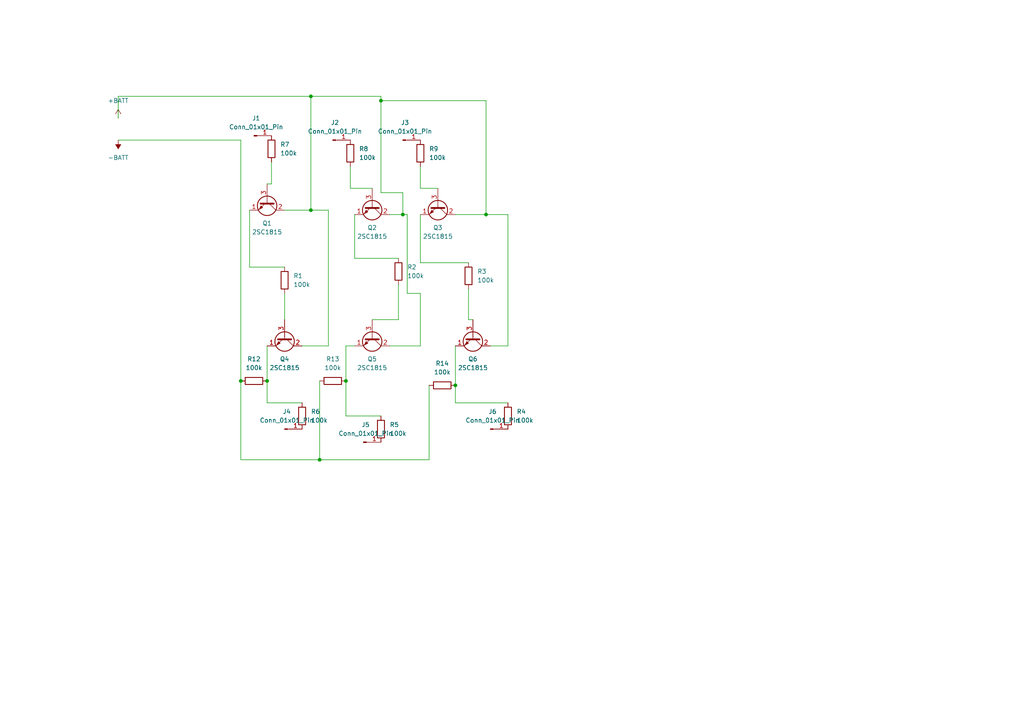
<source format=kicad_sch>
(kicad_sch (version 20230121) (generator eeschema)

  (uuid 236ae03a-cccd-4573-80e2-ccbf2e09c7ec)

  (paper "A4")

  (lib_symbols
    (symbol "Connector:Conn_01x01_Pin" (pin_names (offset 1.016) hide) (in_bom yes) (on_board yes)
      (property "Reference" "J" (at 0 2.54 0)
        (effects (font (size 1.27 1.27)))
      )
      (property "Value" "Conn_01x01_Pin" (at 0 -2.54 0)
        (effects (font (size 1.27 1.27)))
      )
      (property "Footprint" "" (at 0 0 0)
        (effects (font (size 1.27 1.27)) hide)
      )
      (property "Datasheet" "~" (at 0 0 0)
        (effects (font (size 1.27 1.27)) hide)
      )
      (property "ki_locked" "" (at 0 0 0)
        (effects (font (size 1.27 1.27)))
      )
      (property "ki_keywords" "connector" (at 0 0 0)
        (effects (font (size 1.27 1.27)) hide)
      )
      (property "ki_description" "Generic connector, single row, 01x01, script generated" (at 0 0 0)
        (effects (font (size 1.27 1.27)) hide)
      )
      (property "ki_fp_filters" "Connector*:*_1x??_*" (at 0 0 0)
        (effects (font (size 1.27 1.27)) hide)
      )
      (symbol "Conn_01x01_Pin_1_1"
        (polyline
          (pts
            (xy 1.27 0)
            (xy 0.8636 0)
          )
          (stroke (width 0.1524) (type default))
          (fill (type none))
        )
        (rectangle (start 0.8636 0.127) (end 0 -0.127)
          (stroke (width 0.1524) (type default))
          (fill (type outline))
        )
        (pin passive line (at 5.08 0 180) (length 3.81)
          (name "Pin_1" (effects (font (size 1.27 1.27))))
          (number "1" (effects (font (size 1.27 1.27))))
        )
      )
    )
    (symbol "Device:R" (pin_numbers hide) (pin_names (offset 0)) (in_bom yes) (on_board yes)
      (property "Reference" "R" (at 2.032 0 90)
        (effects (font (size 1.27 1.27)))
      )
      (property "Value" "R" (at 0 0 90)
        (effects (font (size 1.27 1.27)))
      )
      (property "Footprint" "" (at -1.778 0 90)
        (effects (font (size 1.27 1.27)) hide)
      )
      (property "Datasheet" "~" (at 0 0 0)
        (effects (font (size 1.27 1.27)) hide)
      )
      (property "ki_keywords" "R res resistor" (at 0 0 0)
        (effects (font (size 1.27 1.27)) hide)
      )
      (property "ki_description" "Resistor" (at 0 0 0)
        (effects (font (size 1.27 1.27)) hide)
      )
      (property "ki_fp_filters" "R_*" (at 0 0 0)
        (effects (font (size 1.27 1.27)) hide)
      )
      (symbol "R_0_1"
        (rectangle (start -1.016 -2.54) (end 1.016 2.54)
          (stroke (width 0.254) (type default))
          (fill (type none))
        )
      )
      (symbol "R_1_1"
        (pin passive line (at 0 3.81 270) (length 1.27)
          (name "~" (effects (font (size 1.27 1.27))))
          (number "1" (effects (font (size 1.27 1.27))))
        )
        (pin passive line (at 0 -3.81 90) (length 1.27)
          (name "~" (effects (font (size 1.27 1.27))))
          (number "2" (effects (font (size 1.27 1.27))))
        )
      )
    )
    (symbol "Transistor_BJT:2SC1815" (pin_names (offset 0) hide) (in_bom yes) (on_board yes)
      (property "Reference" "Q" (at 5.08 1.905 0)
        (effects (font (size 1.27 1.27)) (justify left))
      )
      (property "Value" "2SC1815" (at 5.08 0 0)
        (effects (font (size 1.27 1.27)) (justify left))
      )
      (property "Footprint" "Package_TO_SOT_THT:TO-92_Inline" (at 5.08 -1.905 0)
        (effects (font (size 1.27 1.27) italic) (justify left) hide)
      )
      (property "Datasheet" "https://media.digikey.com/pdf/Data%20Sheets/Toshiba%20PDFs/2SC1815.pdf" (at 0 0 0)
        (effects (font (size 1.27 1.27)) (justify left) hide)
      )
      (property "ki_keywords" "Low Noise Audio NPN Transistor" (at 0 0 0)
        (effects (font (size 1.27 1.27)) hide)
      )
      (property "ki_description" "0.15A Ic, 50V Vce, Low Noise Audio NPN Transistor, TO-92" (at 0 0 0)
        (effects (font (size 1.27 1.27)) hide)
      )
      (property "ki_fp_filters" "TO?92*" (at 0 0 0)
        (effects (font (size 1.27 1.27)) hide)
      )
      (symbol "2SC1815_0_1"
        (polyline
          (pts
            (xy 0 0)
            (xy 0.508 0)
          )
          (stroke (width 0) (type default))
          (fill (type none))
        )
        (polyline
          (pts
            (xy 0.635 0.635)
            (xy 2.54 2.54)
          )
          (stroke (width 0) (type default))
          (fill (type none))
        )
        (polyline
          (pts
            (xy 0.635 -0.635)
            (xy 2.54 -2.54)
            (xy 2.54 -2.54)
          )
          (stroke (width 0) (type default))
          (fill (type none))
        )
        (polyline
          (pts
            (xy 0.635 1.905)
            (xy 0.635 -1.905)
            (xy 0.635 -1.905)
          )
          (stroke (width 0.508) (type default))
          (fill (type none))
        )
        (polyline
          (pts
            (xy 1.27 -1.778)
            (xy 1.778 -1.27)
            (xy 2.286 -2.286)
            (xy 1.27 -1.778)
            (xy 1.27 -1.778)
          )
          (stroke (width 0) (type default))
          (fill (type outline))
        )
        (circle (center 1.27 0) (radius 2.8194)
          (stroke (width 0.254) (type default))
          (fill (type none))
        )
      )
      (symbol "2SC1815_1_1"
        (pin passive line (at 2.54 -5.08 90) (length 2.54)
          (name "E" (effects (font (size 1.27 1.27))))
          (number "1" (effects (font (size 1.27 1.27))))
        )
        (pin passive line (at 2.54 5.08 270) (length 2.54)
          (name "C" (effects (font (size 1.27 1.27))))
          (number "2" (effects (font (size 1.27 1.27))))
        )
        (pin input line (at -5.08 0 0) (length 5.08)
          (name "B" (effects (font (size 1.27 1.27))))
          (number "3" (effects (font (size 1.27 1.27))))
        )
      )
    )
    (symbol "power:+BATT" (power) (pin_names (offset 0)) (in_bom yes) (on_board yes)
      (property "Reference" "#PWR" (at 0 -3.81 0)
        (effects (font (size 1.27 1.27)) hide)
      )
      (property "Value" "+BATT" (at 0 3.556 0)
        (effects (font (size 1.27 1.27)))
      )
      (property "Footprint" "" (at 0 0 0)
        (effects (font (size 1.27 1.27)) hide)
      )
      (property "Datasheet" "" (at 0 0 0)
        (effects (font (size 1.27 1.27)) hide)
      )
      (property "ki_keywords" "global power battery" (at 0 0 0)
        (effects (font (size 1.27 1.27)) hide)
      )
      (property "ki_description" "Power symbol creates a global label with name \"+BATT\"" (at 0 0 0)
        (effects (font (size 1.27 1.27)) hide)
      )
      (symbol "+BATT_0_1"
        (polyline
          (pts
            (xy -0.762 1.27)
            (xy 0 2.54)
          )
          (stroke (width 0) (type default))
          (fill (type none))
        )
        (polyline
          (pts
            (xy 0 0)
            (xy 0 2.54)
          )
          (stroke (width 0) (type default))
          (fill (type none))
        )
        (polyline
          (pts
            (xy 0 2.54)
            (xy 0.762 1.27)
          )
          (stroke (width 0) (type default))
          (fill (type none))
        )
      )
      (symbol "+BATT_1_1"
        (pin power_in line (at 0 0 90) (length 0) hide
          (name "+BATT" (effects (font (size 1.27 1.27))))
          (number "1" (effects (font (size 1.27 1.27))))
        )
      )
    )
    (symbol "power:-BATT" (power) (pin_names (offset 0)) (in_bom yes) (on_board yes)
      (property "Reference" "#PWR" (at 0 -3.81 0)
        (effects (font (size 1.27 1.27)) hide)
      )
      (property "Value" "-BATT" (at 0 3.556 0)
        (effects (font (size 1.27 1.27)))
      )
      (property "Footprint" "" (at 0 0 0)
        (effects (font (size 1.27 1.27)) hide)
      )
      (property "Datasheet" "" (at 0 0 0)
        (effects (font (size 1.27 1.27)) hide)
      )
      (property "ki_keywords" "global power battery" (at 0 0 0)
        (effects (font (size 1.27 1.27)) hide)
      )
      (property "ki_description" "Power symbol creates a global label with name \"-BATT\"" (at 0 0 0)
        (effects (font (size 1.27 1.27)) hide)
      )
      (symbol "-BATT_0_1"
        (polyline
          (pts
            (xy 0 0)
            (xy 0 2.54)
          )
          (stroke (width 0) (type default))
          (fill (type none))
        )
        (polyline
          (pts
            (xy 0.762 1.27)
            (xy -0.762 1.27)
            (xy 0 2.54)
            (xy 0.762 1.27)
          )
          (stroke (width 0) (type default))
          (fill (type outline))
        )
      )
      (symbol "-BATT_1_1"
        (pin power_in line (at 0 0 90) (length 0) hide
          (name "-BATT" (effects (font (size 1.27 1.27))))
          (number "1" (effects (font (size 1.27 1.27))))
        )
      )
    )
  )

  (junction (at 132.08 111.76) (diameter 0) (color 0 0 0 0)
    (uuid 2d9e2433-b870-490b-87a8-920e2e25be3f)
  )
  (junction (at 110.49 29.21) (diameter 0) (color 0 0 0 0)
    (uuid 61c85da0-fe8d-4e60-98b3-423e145e9d01)
  )
  (junction (at 100.33 110.49) (diameter 0) (color 0 0 0 0)
    (uuid 67b71271-6a99-430a-9c0c-2dcb1fcc8b75)
  )
  (junction (at 77.47 110.49) (diameter 0) (color 0 0 0 0)
    (uuid 88f927bb-17e7-45df-80a6-f21cba6d36c5)
  )
  (junction (at 140.97 62.23) (diameter 0) (color 0 0 0 0)
    (uuid 91b36ad0-836d-4f10-9663-9606b0450672)
  )
  (junction (at 69.85 110.49) (diameter 0) (color 0 0 0 0)
    (uuid b630a262-2e5b-4d81-87fb-a1907ba54514)
  )
  (junction (at 116.84 62.23) (diameter 0) (color 0 0 0 0)
    (uuid c807879b-653d-4965-8a56-4df87c969e2c)
  )
  (junction (at 92.71 133.35) (diameter 0) (color 0 0 0 0)
    (uuid cbc0737a-03e6-43e6-9f87-d73ea8f3f7fd)
  )
  (junction (at 90.17 60.96) (diameter 0) (color 0 0 0 0)
    (uuid e52298be-2394-40a9-820f-729f00def2a7)
  )
  (junction (at 90.17 27.94) (diameter 0) (color 0 0 0 0)
    (uuid ea9db666-1d1b-420a-9276-0472562dd9a7)
  )

  (wire (pts (xy 121.92 100.33) (xy 121.92 85.09))
    (stroke (width 0) (type default))
    (uuid 044fb557-9cef-495d-ac3c-37109668bbcd)
  )
  (wire (pts (xy 69.85 133.35) (xy 69.85 110.49))
    (stroke (width 0) (type default))
    (uuid 05319348-755a-4784-a849-cbf9a2ee091b)
  )
  (wire (pts (xy 121.92 48.26) (xy 121.92 54.61))
    (stroke (width 0) (type default))
    (uuid 058e246a-518a-4f58-8ffe-b51b37d72763)
  )
  (wire (pts (xy 118.11 85.09) (xy 118.11 62.23))
    (stroke (width 0) (type default))
    (uuid 062b768d-bf64-4fb5-a6ee-0e49577a8068)
  )
  (wire (pts (xy 121.92 85.09) (xy 118.11 85.09))
    (stroke (width 0) (type default))
    (uuid 06750c8b-f820-458a-9a15-2e2da9319afe)
  )
  (wire (pts (xy 82.55 85.09) (xy 82.55 92.71))
    (stroke (width 0) (type default))
    (uuid 13b32f82-9a19-4058-9690-406144b96f96)
  )
  (wire (pts (xy 87.63 116.84) (xy 77.47 116.84))
    (stroke (width 0) (type default))
    (uuid 15968bf2-dcfe-42be-9095-f2e628bbae93)
  )
  (wire (pts (xy 78.74 46.99) (xy 78.74 53.34))
    (stroke (width 0) (type default))
    (uuid 15a0857b-f2e6-4e6a-acb3-6f550cc3140f)
  )
  (wire (pts (xy 101.6 48.26) (xy 101.6 54.61))
    (stroke (width 0) (type default))
    (uuid 248e0346-0b9d-48d6-b513-c81d2de13127)
  )
  (wire (pts (xy 140.97 29.21) (xy 140.97 62.23))
    (stroke (width 0) (type default))
    (uuid 36121dd9-a3cc-49b4-a436-916e47816865)
  )
  (wire (pts (xy 87.63 100.33) (xy 95.25 100.33))
    (stroke (width 0) (type default))
    (uuid 3724e1eb-bc62-4422-8e2e-9b9bf879e85d)
  )
  (wire (pts (xy 135.89 92.71) (xy 137.16 92.71))
    (stroke (width 0) (type default))
    (uuid 381a8ae5-4107-473b-a7c0-924a3fd64dda)
  )
  (wire (pts (xy 110.49 120.65) (xy 100.33 120.65))
    (stroke (width 0) (type default))
    (uuid 38521983-fffa-451b-b045-9b865b5a87d0)
  )
  (wire (pts (xy 69.85 110.49) (xy 69.85 40.64))
    (stroke (width 0) (type default))
    (uuid 3d447767-7dea-40a2-874b-4e8a55bc3be7)
  )
  (wire (pts (xy 110.49 29.21) (xy 110.49 55.88))
    (stroke (width 0) (type default))
    (uuid 46d8b7e2-a5ce-48d3-9a56-14ca0f13b9cd)
  )
  (wire (pts (xy 95.25 100.33) (xy 95.25 60.96))
    (stroke (width 0) (type default))
    (uuid 4990f611-48ad-43bb-b5b9-3c77b8516e15)
  )
  (wire (pts (xy 100.33 120.65) (xy 100.33 110.49))
    (stroke (width 0) (type default))
    (uuid 4c0d6b99-0efd-4e9e-a465-ab6517943969)
  )
  (wire (pts (xy 82.55 77.47) (xy 72.39 77.47))
    (stroke (width 0) (type default))
    (uuid 533a0a5a-ce95-48d6-807b-272820a9855a)
  )
  (wire (pts (xy 110.49 55.88) (xy 116.84 55.88))
    (stroke (width 0) (type default))
    (uuid 565726f5-172b-430c-a6a3-156df3668fb4)
  )
  (wire (pts (xy 101.6 54.61) (xy 107.95 54.61))
    (stroke (width 0) (type default))
    (uuid 56c61f5f-f79f-452c-9a03-1ef58e828300)
  )
  (wire (pts (xy 132.08 62.23) (xy 140.97 62.23))
    (stroke (width 0) (type default))
    (uuid 639471c5-1703-40c2-b5c3-791216945dbb)
  )
  (wire (pts (xy 77.47 110.49) (xy 77.47 100.33))
    (stroke (width 0) (type default))
    (uuid 659b300e-6fad-40c5-838e-845e2faf695b)
  )
  (wire (pts (xy 124.46 111.76) (xy 124.46 133.35))
    (stroke (width 0) (type default))
    (uuid 68f52844-f3be-46c5-8f08-5ba3e70b08b1)
  )
  (wire (pts (xy 92.71 133.35) (xy 69.85 133.35))
    (stroke (width 0) (type default))
    (uuid 6bf84339-519b-4906-958f-82d1ada6934d)
  )
  (wire (pts (xy 110.49 29.21) (xy 140.97 29.21))
    (stroke (width 0) (type default))
    (uuid 6e39cf03-b39a-4515-bf6b-cf2794a35e2f)
  )
  (wire (pts (xy 118.11 62.23) (xy 116.84 62.23))
    (stroke (width 0) (type default))
    (uuid 83a58a91-fdef-4ed5-b38b-df0b7edbf90f)
  )
  (wire (pts (xy 121.92 54.61) (xy 127 54.61))
    (stroke (width 0) (type default))
    (uuid 89ba5efa-adae-4b6c-90b3-ca548b47a923)
  )
  (wire (pts (xy 102.87 74.93) (xy 102.87 62.23))
    (stroke (width 0) (type default))
    (uuid 8ef4fe9e-0d3b-484d-80cc-c040e23f27c2)
  )
  (wire (pts (xy 34.29 27.94) (xy 34.29 34.29))
    (stroke (width 0) (type default))
    (uuid 917e1039-07dd-4de0-9f49-d9912438c9b5)
  )
  (wire (pts (xy 107.95 92.71) (xy 115.57 92.71))
    (stroke (width 0) (type default))
    (uuid a22123f3-200b-47aa-a09c-2aa1074ce0df)
  )
  (wire (pts (xy 90.17 60.96) (xy 90.17 27.94))
    (stroke (width 0) (type default))
    (uuid a96aabfe-4a26-400a-a230-f17e9c16169e)
  )
  (wire (pts (xy 90.17 60.96) (xy 82.55 60.96))
    (stroke (width 0) (type default))
    (uuid b3a8f3e1-fbb0-4b3e-a378-a33cbd09fb8a)
  )
  (wire (pts (xy 113.03 100.33) (xy 121.92 100.33))
    (stroke (width 0) (type default))
    (uuid b88c339b-5e7e-489e-b3ec-e482259bfd0b)
  )
  (wire (pts (xy 77.47 116.84) (xy 77.47 110.49))
    (stroke (width 0) (type default))
    (uuid be65ef84-cff2-4fea-89d2-f11d8aac5a82)
  )
  (wire (pts (xy 110.49 27.94) (xy 110.49 29.21))
    (stroke (width 0) (type default))
    (uuid bef68919-5caf-4b05-952e-040407ecfede)
  )
  (wire (pts (xy 102.87 74.93) (xy 115.57 74.93))
    (stroke (width 0) (type default))
    (uuid bf2ea145-0aed-49bd-a223-cc69dd718256)
  )
  (wire (pts (xy 78.74 53.34) (xy 77.47 53.34))
    (stroke (width 0) (type default))
    (uuid bfb96c4b-da8c-4a0f-b267-2c231a35fe55)
  )
  (wire (pts (xy 140.97 62.23) (xy 147.32 62.23))
    (stroke (width 0) (type default))
    (uuid c011425b-7b8d-4dee-bc8c-735788fdf020)
  )
  (wire (pts (xy 132.08 100.33) (xy 132.08 111.76))
    (stroke (width 0) (type default))
    (uuid c233e36b-5bd7-4ea7-9adf-26c7a285a266)
  )
  (wire (pts (xy 121.92 62.23) (xy 121.92 76.2))
    (stroke (width 0) (type default))
    (uuid c3f0a3b6-b003-4fdb-9f63-b8fc2ab4511d)
  )
  (wire (pts (xy 147.32 100.33) (xy 147.32 62.23))
    (stroke (width 0) (type default))
    (uuid c414a067-eac3-47dc-93b5-561ade90d043)
  )
  (wire (pts (xy 92.71 133.35) (xy 124.46 133.35))
    (stroke (width 0) (type default))
    (uuid c6c76f47-b11d-45f0-9b6f-28218cb21127)
  )
  (wire (pts (xy 116.84 55.88) (xy 116.84 62.23))
    (stroke (width 0) (type default))
    (uuid ca9b211e-f79b-4ecf-a2d5-44b58fa83ac2)
  )
  (wire (pts (xy 92.71 110.49) (xy 92.71 133.35))
    (stroke (width 0) (type default))
    (uuid cf85eccb-00dc-4e29-8fd0-1f3e3e384478)
  )
  (wire (pts (xy 90.17 27.94) (xy 110.49 27.94))
    (stroke (width 0) (type default))
    (uuid d0556f1e-43cc-483b-a0c1-88a0c9634fea)
  )
  (wire (pts (xy 90.17 27.94) (xy 34.29 27.94))
    (stroke (width 0) (type default))
    (uuid d2acc45a-46cf-43f6-9dea-7b09018c9aae)
  )
  (wire (pts (xy 147.32 116.84) (xy 132.08 116.84))
    (stroke (width 0) (type default))
    (uuid d2e2da8d-2cec-4bdd-bac3-e67b17560cf7)
  )
  (wire (pts (xy 69.85 40.64) (xy 34.29 40.64))
    (stroke (width 0) (type default))
    (uuid d8053974-c59c-470e-9387-b92436e76fc4)
  )
  (wire (pts (xy 132.08 111.76) (xy 132.08 116.84))
    (stroke (width 0) (type default))
    (uuid d98039a5-0ed1-48dd-87cf-0aab74779f1b)
  )
  (wire (pts (xy 72.39 60.96) (xy 72.39 77.47))
    (stroke (width 0) (type default))
    (uuid dd7a9329-c4d9-43b9-b3d5-3a3d976d60ae)
  )
  (wire (pts (xy 142.24 100.33) (xy 147.32 100.33))
    (stroke (width 0) (type default))
    (uuid e52051de-83eb-4775-98c9-9a645d2f87ed)
  )
  (wire (pts (xy 100.33 110.49) (xy 100.33 100.33))
    (stroke (width 0) (type default))
    (uuid e566b867-6dcd-472e-aebc-d2ea96a9881d)
  )
  (wire (pts (xy 116.84 62.23) (xy 113.03 62.23))
    (stroke (width 0) (type default))
    (uuid edefc670-d58d-4638-8f4d-4b711875ba01)
  )
  (wire (pts (xy 95.25 60.96) (xy 90.17 60.96))
    (stroke (width 0) (type default))
    (uuid f0ee6c30-6aaa-4060-9591-255bd1e4025e)
  )
  (wire (pts (xy 115.57 82.55) (xy 115.57 92.71))
    (stroke (width 0) (type default))
    (uuid f167b6da-c095-426e-8250-4bb132d8f30e)
  )
  (wire (pts (xy 121.92 76.2) (xy 135.89 76.2))
    (stroke (width 0) (type default))
    (uuid f34958f2-f1d9-480c-b916-43bc57b7df14)
  )
  (wire (pts (xy 100.33 100.33) (xy 102.87 100.33))
    (stroke (width 0) (type default))
    (uuid f7388f00-58d8-47cb-b389-707bc6d326cf)
  )
  (wire (pts (xy 135.89 83.82) (xy 135.89 92.71))
    (stroke (width 0) (type default))
    (uuid fd21af13-a3e8-47f2-8baa-bc65adc0738e)
  )

  (symbol (lib_id "Device:R") (at 128.27 111.76 270) (unit 1)
    (in_bom yes) (on_board yes) (dnp no) (fields_autoplaced)
    (uuid 0a56750f-9fd7-40a9-bd6e-fe59308a5d1a)
    (property "Reference" "R14" (at 128.27 105.41 90)
      (effects (font (size 1.27 1.27)))
    )
    (property "Value" "100k" (at 128.27 107.95 90)
      (effects (font (size 1.27 1.27)))
    )
    (property "Footprint" "Resistor_THT:R_Axial_DIN0204_L3.6mm_D1.6mm_P5.08mm_Horizontal" (at 128.27 109.982 90)
      (effects (font (size 1.27 1.27)) hide)
    )
    (property "Datasheet" "~" (at 128.27 111.76 0)
      (effects (font (size 1.27 1.27)) hide)
    )
    (pin "2" (uuid efd8405a-7ca8-4eee-b562-827c510c1ec7))
    (pin "1" (uuid 92559cb0-1ac8-4a99-befb-1fa21e7a82b3))
    (instances
      (project "sterowanie mosfet"
        (path "/236ae03a-cccd-4573-80e2-ccbf2e09c7ec"
          (reference "R14") (unit 1)
        )
      )
    )
  )

  (symbol (lib_id "Connector:Conn_01x01_Pin") (at 82.55 124.46 0) (unit 1)
    (in_bom yes) (on_board yes) (dnp no) (fields_autoplaced)
    (uuid 0bf71f54-4160-4742-a961-77afa4a594f6)
    (property "Reference" "J4" (at 83.185 119.38 0)
      (effects (font (size 1.27 1.27)))
    )
    (property "Value" "Conn_01x01_Pin" (at 83.185 121.92 0)
      (effects (font (size 1.27 1.27)))
    )
    (property "Footprint" "Connector_Pin:Pin_D1.0mm_L10.0mm" (at 82.55 124.46 0)
      (effects (font (size 1.27 1.27)) hide)
    )
    (property "Datasheet" "~" (at 82.55 124.46 0)
      (effects (font (size 1.27 1.27)) hide)
    )
    (pin "1" (uuid 2f02004d-f495-4a75-9641-d0a1466be899))
    (instances
      (project "sterowanie mosfet"
        (path "/236ae03a-cccd-4573-80e2-ccbf2e09c7ec"
          (reference "J4") (unit 1)
        )
      )
    )
  )

  (symbol (lib_id "Connector:Conn_01x01_Pin") (at 142.24 124.46 0) (unit 1)
    (in_bom yes) (on_board yes) (dnp no) (fields_autoplaced)
    (uuid 173a6f1f-5ba6-4ec5-af7d-60d20e32ed1c)
    (property "Reference" "J6" (at 142.875 119.38 0)
      (effects (font (size 1.27 1.27)))
    )
    (property "Value" "Conn_01x01_Pin" (at 142.875 121.92 0)
      (effects (font (size 1.27 1.27)))
    )
    (property "Footprint" "Connector_Pin:Pin_D1.0mm_L10.0mm" (at 142.24 124.46 0)
      (effects (font (size 1.27 1.27)) hide)
    )
    (property "Datasheet" "~" (at 142.24 124.46 0)
      (effects (font (size 1.27 1.27)) hide)
    )
    (pin "1" (uuid dee221e2-2b48-4d0d-9806-d0315075ccf2))
    (instances
      (project "sterowanie mosfet"
        (path "/236ae03a-cccd-4573-80e2-ccbf2e09c7ec"
          (reference "J6") (unit 1)
        )
      )
    )
  )

  (symbol (lib_id "Transistor_BJT:2SC1815") (at 77.47 58.42 270) (unit 1)
    (in_bom yes) (on_board yes) (dnp no) (fields_autoplaced)
    (uuid 1afcbd1a-4d92-4527-acb9-caa793275373)
    (property "Reference" "Q1" (at 77.47 64.77 90)
      (effects (font (size 1.27 1.27)))
    )
    (property "Value" "2SC1815" (at 77.47 67.31 90)
      (effects (font (size 1.27 1.27)))
    )
    (property "Footprint" "Package_TO_SOT_THT:TO-92_Inline" (at 75.565 63.5 0)
      (effects (font (size 1.27 1.27) italic) (justify left) hide)
    )
    (property "Datasheet" "https://media.digikey.com/pdf/Data%20Sheets/Toshiba%20PDFs/2SC1815.pdf" (at 77.47 58.42 0)
      (effects (font (size 1.27 1.27)) (justify left) hide)
    )
    (pin "2" (uuid 134470f7-0d08-4c5c-8450-91c1532dc6e6))
    (pin "3" (uuid 165c8172-18a2-4970-8bdf-adda3150966f))
    (pin "1" (uuid e42018a5-8929-48b3-9ca0-6103347310bf))
    (instances
      (project "sterowanie mosfet"
        (path "/236ae03a-cccd-4573-80e2-ccbf2e09c7ec"
          (reference "Q1") (unit 1)
        )
      )
    )
  )

  (symbol (lib_id "Device:R") (at 73.66 110.49 270) (unit 1)
    (in_bom yes) (on_board yes) (dnp no) (fields_autoplaced)
    (uuid 20327e4e-a88a-4c51-be9e-9c2a9067812c)
    (property "Reference" "R12" (at 73.66 104.14 90)
      (effects (font (size 1.27 1.27)))
    )
    (property "Value" "100k" (at 73.66 106.68 90)
      (effects (font (size 1.27 1.27)))
    )
    (property "Footprint" "Resistor_THT:R_Axial_DIN0204_L3.6mm_D1.6mm_P5.08mm_Horizontal" (at 73.66 108.712 90)
      (effects (font (size 1.27 1.27)) hide)
    )
    (property "Datasheet" "~" (at 73.66 110.49 0)
      (effects (font (size 1.27 1.27)) hide)
    )
    (pin "2" (uuid efd8405a-7ca8-4eee-b562-827c510c1ec7))
    (pin "1" (uuid 92559cb0-1ac8-4a99-befb-1fa21e7a82b3))
    (instances
      (project "sterowanie mosfet"
        (path "/236ae03a-cccd-4573-80e2-ccbf2e09c7ec"
          (reference "R12") (unit 1)
        )
      )
    )
  )

  (symbol (lib_id "Connector:Conn_01x01_Pin") (at 96.52 40.64 0) (unit 1)
    (in_bom yes) (on_board yes) (dnp no) (fields_autoplaced)
    (uuid 215aa772-5b53-4d65-bd51-d19d040fac15)
    (property "Reference" "J2" (at 97.155 35.56 0)
      (effects (font (size 1.27 1.27)))
    )
    (property "Value" "Conn_01x01_Pin" (at 97.155 38.1 0)
      (effects (font (size 1.27 1.27)))
    )
    (property "Footprint" "Connector_Pin:Pin_D1.0mm_L10.0mm" (at 96.52 40.64 0)
      (effects (font (size 1.27 1.27)) hide)
    )
    (property "Datasheet" "~" (at 96.52 40.64 0)
      (effects (font (size 1.27 1.27)) hide)
    )
    (pin "1" (uuid 2f02004d-f495-4a75-9641-d0a1466be899))
    (instances
      (project "sterowanie mosfet"
        (path "/236ae03a-cccd-4573-80e2-ccbf2e09c7ec"
          (reference "J2") (unit 1)
        )
      )
    )
  )

  (symbol (lib_id "power:+BATT") (at 34.29 34.29 0) (unit 1)
    (in_bom yes) (on_board yes) (dnp no) (fields_autoplaced)
    (uuid 2bdf08cd-d26f-4f24-92fc-96c643a00d0c)
    (property "Reference" "#PWR01" (at 34.29 38.1 0)
      (effects (font (size 1.27 1.27)) hide)
    )
    (property "Value" "+BATT" (at 34.29 29.21 0)
      (effects (font (size 1.27 1.27)))
    )
    (property "Footprint" "" (at 34.29 34.29 0)
      (effects (font (size 1.27 1.27)) hide)
    )
    (property "Datasheet" "" (at 34.29 34.29 0)
      (effects (font (size 1.27 1.27)) hide)
    )
    (pin "1" (uuid f70dea12-8ccc-403c-9cdc-24900829f411))
    (instances
      (project "sterowanie mosfet"
        (path "/236ae03a-cccd-4573-80e2-ccbf2e09c7ec"
          (reference "#PWR01") (unit 1)
        )
      )
    )
  )

  (symbol (lib_id "Device:R") (at 115.57 78.74 0) (unit 1)
    (in_bom yes) (on_board yes) (dnp no) (fields_autoplaced)
    (uuid 36ea0d44-4ab3-408f-a6bb-c0043f2377bb)
    (property "Reference" "R2" (at 118.11 77.47 0)
      (effects (font (size 1.27 1.27)) (justify left))
    )
    (property "Value" "100k" (at 118.11 80.01 0)
      (effects (font (size 1.27 1.27)) (justify left))
    )
    (property "Footprint" "Resistor_THT:R_Axial_DIN0204_L3.6mm_D1.6mm_P5.08mm_Horizontal" (at 113.792 78.74 90)
      (effects (font (size 1.27 1.27)) hide)
    )
    (property "Datasheet" "~" (at 115.57 78.74 0)
      (effects (font (size 1.27 1.27)) hide)
    )
    (pin "1" (uuid cd65a021-ee5f-42ad-b426-9852dcc1f75e))
    (pin "2" (uuid b48bfa5b-b9a7-4b4e-99b6-15763c625e75))
    (instances
      (project "sterowanie mosfet"
        (path "/236ae03a-cccd-4573-80e2-ccbf2e09c7ec"
          (reference "R2") (unit 1)
        )
      )
    )
  )

  (symbol (lib_id "Transistor_BJT:2SC1815") (at 107.95 59.69 270) (unit 1)
    (in_bom yes) (on_board yes) (dnp no) (fields_autoplaced)
    (uuid 5ab0c275-227f-47c4-8c96-251978d1b86f)
    (property "Reference" "Q2" (at 107.95 66.04 90)
      (effects (font (size 1.27 1.27)))
    )
    (property "Value" "2SC1815" (at 107.95 68.58 90)
      (effects (font (size 1.27 1.27)))
    )
    (property "Footprint" "Package_TO_SOT_THT:TO-92_Inline" (at 106.045 64.77 0)
      (effects (font (size 1.27 1.27) italic) (justify left) hide)
    )
    (property "Datasheet" "https://media.digikey.com/pdf/Data%20Sheets/Toshiba%20PDFs/2SC1815.pdf" (at 107.95 59.69 0)
      (effects (font (size 1.27 1.27)) (justify left) hide)
    )
    (pin "2" (uuid 134470f7-0d08-4c5c-8450-91c1532dc6e6))
    (pin "3" (uuid 165c8172-18a2-4970-8bdf-adda3150966f))
    (pin "1" (uuid e42018a5-8929-48b3-9ca0-6103347310bf))
    (instances
      (project "sterowanie mosfet"
        (path "/236ae03a-cccd-4573-80e2-ccbf2e09c7ec"
          (reference "Q2") (unit 1)
        )
      )
    )
  )

  (symbol (lib_id "Device:R") (at 96.52 110.49 270) (unit 1)
    (in_bom yes) (on_board yes) (dnp no) (fields_autoplaced)
    (uuid 5bd639a4-aa52-4163-a78b-2dfdd3fb2c7a)
    (property "Reference" "R13" (at 96.52 104.14 90)
      (effects (font (size 1.27 1.27)))
    )
    (property "Value" "100k" (at 96.52 106.68 90)
      (effects (font (size 1.27 1.27)))
    )
    (property "Footprint" "Resistor_THT:R_Axial_DIN0204_L3.6mm_D1.6mm_P5.08mm_Horizontal" (at 96.52 108.712 90)
      (effects (font (size 1.27 1.27)) hide)
    )
    (property "Datasheet" "~" (at 96.52 110.49 0)
      (effects (font (size 1.27 1.27)) hide)
    )
    (pin "2" (uuid efd8405a-7ca8-4eee-b562-827c510c1ec7))
    (pin "1" (uuid 92559cb0-1ac8-4a99-befb-1fa21e7a82b3))
    (instances
      (project "sterowanie mosfet"
        (path "/236ae03a-cccd-4573-80e2-ccbf2e09c7ec"
          (reference "R13") (unit 1)
        )
      )
    )
  )

  (symbol (lib_id "Transistor_BJT:2SC1815") (at 127 59.69 270) (unit 1)
    (in_bom yes) (on_board yes) (dnp no) (fields_autoplaced)
    (uuid 5cb72fc9-6faf-4f24-8755-6000ff8bde32)
    (property "Reference" "Q3" (at 127 66.04 90)
      (effects (font (size 1.27 1.27)))
    )
    (property "Value" "2SC1815" (at 127 68.58 90)
      (effects (font (size 1.27 1.27)))
    )
    (property "Footprint" "Package_TO_SOT_THT:TO-92_Inline" (at 125.095 64.77 0)
      (effects (font (size 1.27 1.27) italic) (justify left) hide)
    )
    (property "Datasheet" "https://media.digikey.com/pdf/Data%20Sheets/Toshiba%20PDFs/2SC1815.pdf" (at 127 59.69 0)
      (effects (font (size 1.27 1.27)) (justify left) hide)
    )
    (pin "2" (uuid 134470f7-0d08-4c5c-8450-91c1532dc6e6))
    (pin "3" (uuid 165c8172-18a2-4970-8bdf-adda3150966f))
    (pin "1" (uuid e42018a5-8929-48b3-9ca0-6103347310bf))
    (instances
      (project "sterowanie mosfet"
        (path "/236ae03a-cccd-4573-80e2-ccbf2e09c7ec"
          (reference "Q3") (unit 1)
        )
      )
    )
  )

  (symbol (lib_id "Device:R") (at 82.55 81.28 0) (unit 1)
    (in_bom yes) (on_board yes) (dnp no) (fields_autoplaced)
    (uuid 66eae3a4-88f0-4506-baba-bf816414dbc5)
    (property "Reference" "R1" (at 85.09 80.01 0)
      (effects (font (size 1.27 1.27)) (justify left))
    )
    (property "Value" "100k" (at 85.09 82.55 0)
      (effects (font (size 1.27 1.27)) (justify left))
    )
    (property "Footprint" "Resistor_THT:R_Axial_DIN0204_L3.6mm_D1.6mm_P5.08mm_Horizontal" (at 80.772 81.28 90)
      (effects (font (size 1.27 1.27)) hide)
    )
    (property "Datasheet" "~" (at 82.55 81.28 0)
      (effects (font (size 1.27 1.27)) hide)
    )
    (pin "1" (uuid cd65a021-ee5f-42ad-b426-9852dcc1f75e))
    (pin "2" (uuid b48bfa5b-b9a7-4b4e-99b6-15763c625e75))
    (instances
      (project "sterowanie mosfet"
        (path "/236ae03a-cccd-4573-80e2-ccbf2e09c7ec"
          (reference "R1") (unit 1)
        )
      )
    )
  )

  (symbol (lib_id "Device:R") (at 110.49 124.46 0) (unit 1)
    (in_bom yes) (on_board yes) (dnp no) (fields_autoplaced)
    (uuid 6aa5a533-4a8e-4269-a59e-ed8bc264701d)
    (property "Reference" "R5" (at 113.03 123.19 0)
      (effects (font (size 1.27 1.27)) (justify left))
    )
    (property "Value" "100k" (at 113.03 125.73 0)
      (effects (font (size 1.27 1.27)) (justify left))
    )
    (property "Footprint" "Resistor_THT:R_Axial_DIN0204_L3.6mm_D1.6mm_P5.08mm_Horizontal" (at 108.712 124.46 90)
      (effects (font (size 1.27 1.27)) hide)
    )
    (property "Datasheet" "~" (at 110.49 124.46 0)
      (effects (font (size 1.27 1.27)) hide)
    )
    (pin "1" (uuid cd65a021-ee5f-42ad-b426-9852dcc1f75e))
    (pin "2" (uuid b48bfa5b-b9a7-4b4e-99b6-15763c625e75))
    (instances
      (project "sterowanie mosfet"
        (path "/236ae03a-cccd-4573-80e2-ccbf2e09c7ec"
          (reference "R5") (unit 1)
        )
      )
    )
  )

  (symbol (lib_id "Transistor_BJT:2SC1815") (at 137.16 97.79 270) (unit 1)
    (in_bom yes) (on_board yes) (dnp no) (fields_autoplaced)
    (uuid 7db5748d-de2e-4a84-80b3-79e5206f9967)
    (property "Reference" "Q6" (at 137.16 104.14 90)
      (effects (font (size 1.27 1.27)))
    )
    (property "Value" "2SC1815" (at 137.16 106.68 90)
      (effects (font (size 1.27 1.27)))
    )
    (property "Footprint" "Package_TO_SOT_THT:TO-92_Inline" (at 135.255 102.87 0)
      (effects (font (size 1.27 1.27) italic) (justify left) hide)
    )
    (property "Datasheet" "https://media.digikey.com/pdf/Data%20Sheets/Toshiba%20PDFs/2SC1815.pdf" (at 137.16 97.79 0)
      (effects (font (size 1.27 1.27)) (justify left) hide)
    )
    (pin "3" (uuid d6b20966-3ecb-42ff-a667-cb80555e86c5))
    (pin "1" (uuid 00bda068-fafa-4a88-a465-fb35ee3dec5e))
    (pin "2" (uuid 1297b994-4adc-4c83-8f89-414963722e59))
    (instances
      (project "sterowanie mosfet"
        (path "/236ae03a-cccd-4573-80e2-ccbf2e09c7ec"
          (reference "Q6") (unit 1)
        )
      )
    )
  )

  (symbol (lib_id "Connector:Conn_01x01_Pin") (at 105.41 128.27 0) (unit 1)
    (in_bom yes) (on_board yes) (dnp no) (fields_autoplaced)
    (uuid 7ed66abe-9f00-418b-84b2-3f58a690f5c4)
    (property "Reference" "J5" (at 106.045 123.19 0)
      (effects (font (size 1.27 1.27)))
    )
    (property "Value" "Conn_01x01_Pin" (at 106.045 125.73 0)
      (effects (font (size 1.27 1.27)))
    )
    (property "Footprint" "Connector_Pin:Pin_D1.0mm_L10.0mm" (at 105.41 128.27 0)
      (effects (font (size 1.27 1.27)) hide)
    )
    (property "Datasheet" "~" (at 105.41 128.27 0)
      (effects (font (size 1.27 1.27)) hide)
    )
    (pin "1" (uuid dee221e2-2b48-4d0d-9806-d0315075ccf2))
    (instances
      (project "sterowanie mosfet"
        (path "/236ae03a-cccd-4573-80e2-ccbf2e09c7ec"
          (reference "J5") (unit 1)
        )
      )
    )
  )

  (symbol (lib_id "Connector:Conn_01x01_Pin") (at 116.84 40.64 0) (unit 1)
    (in_bom yes) (on_board yes) (dnp no) (fields_autoplaced)
    (uuid 85266ac8-f0be-4797-a9be-c191a0d40de8)
    (property "Reference" "J3" (at 117.475 35.56 0)
      (effects (font (size 1.27 1.27)))
    )
    (property "Value" "Conn_01x01_Pin" (at 117.475 38.1 0)
      (effects (font (size 1.27 1.27)))
    )
    (property "Footprint" "Connector_Pin:Pin_D1.0mm_L10.0mm" (at 116.84 40.64 0)
      (effects (font (size 1.27 1.27)) hide)
    )
    (property "Datasheet" "~" (at 116.84 40.64 0)
      (effects (font (size 1.27 1.27)) hide)
    )
    (pin "1" (uuid 2f02004d-f495-4a75-9641-d0a1466be899))
    (instances
      (project "sterowanie mosfet"
        (path "/236ae03a-cccd-4573-80e2-ccbf2e09c7ec"
          (reference "J3") (unit 1)
        )
      )
    )
  )

  (symbol (lib_id "Device:R") (at 147.32 120.65 0) (unit 1)
    (in_bom yes) (on_board yes) (dnp no) (fields_autoplaced)
    (uuid 86f81e01-4588-4edb-846f-f18121aa6991)
    (property "Reference" "R4" (at 149.86 119.38 0)
      (effects (font (size 1.27 1.27)) (justify left))
    )
    (property "Value" "100k" (at 149.86 121.92 0)
      (effects (font (size 1.27 1.27)) (justify left))
    )
    (property "Footprint" "Resistor_THT:R_Axial_DIN0204_L3.6mm_D1.6mm_P5.08mm_Horizontal" (at 145.542 120.65 90)
      (effects (font (size 1.27 1.27)) hide)
    )
    (property "Datasheet" "~" (at 147.32 120.65 0)
      (effects (font (size 1.27 1.27)) hide)
    )
    (pin "1" (uuid cd65a021-ee5f-42ad-b426-9852dcc1f75e))
    (pin "2" (uuid b48bfa5b-b9a7-4b4e-99b6-15763c625e75))
    (instances
      (project "sterowanie mosfet"
        (path "/236ae03a-cccd-4573-80e2-ccbf2e09c7ec"
          (reference "R4") (unit 1)
        )
      )
    )
  )

  (symbol (lib_id "Transistor_BJT:2SC1815") (at 107.95 97.79 270) (unit 1)
    (in_bom yes) (on_board yes) (dnp no) (fields_autoplaced)
    (uuid 916347a4-a7ff-4c9e-8e6b-d03f8e8c9398)
    (property "Reference" "Q5" (at 107.95 104.14 90)
      (effects (font (size 1.27 1.27)))
    )
    (property "Value" "2SC1815" (at 107.95 106.68 90)
      (effects (font (size 1.27 1.27)))
    )
    (property "Footprint" "Package_TO_SOT_THT:TO-92_Inline" (at 106.045 102.87 0)
      (effects (font (size 1.27 1.27) italic) (justify left) hide)
    )
    (property "Datasheet" "https://media.digikey.com/pdf/Data%20Sheets/Toshiba%20PDFs/2SC1815.pdf" (at 107.95 97.79 0)
      (effects (font (size 1.27 1.27)) (justify left) hide)
    )
    (pin "3" (uuid d6b20966-3ecb-42ff-a667-cb80555e86c5))
    (pin "1" (uuid 00bda068-fafa-4a88-a465-fb35ee3dec5e))
    (pin "2" (uuid 1297b994-4adc-4c83-8f89-414963722e59))
    (instances
      (project "sterowanie mosfet"
        (path "/236ae03a-cccd-4573-80e2-ccbf2e09c7ec"
          (reference "Q5") (unit 1)
        )
      )
    )
  )

  (symbol (lib_id "power:-BATT") (at 34.29 40.64 180) (unit 1)
    (in_bom yes) (on_board yes) (dnp no) (fields_autoplaced)
    (uuid a02c5adb-6832-43fa-933a-9e9d5fbec111)
    (property "Reference" "#PWR02" (at 34.29 36.83 0)
      (effects (font (size 1.27 1.27)) hide)
    )
    (property "Value" "-BATT" (at 34.29 45.72 0)
      (effects (font (size 1.27 1.27)))
    )
    (property "Footprint" "" (at 34.29 40.64 0)
      (effects (font (size 1.27 1.27)) hide)
    )
    (property "Datasheet" "" (at 34.29 40.64 0)
      (effects (font (size 1.27 1.27)) hide)
    )
    (pin "1" (uuid a35d4406-48cd-4044-ba8a-a4061023927d))
    (instances
      (project "sterowanie mosfet"
        (path "/236ae03a-cccd-4573-80e2-ccbf2e09c7ec"
          (reference "#PWR02") (unit 1)
        )
      )
    )
  )

  (symbol (lib_id "Connector:Conn_01x01_Pin") (at 73.66 39.37 0) (unit 1)
    (in_bom yes) (on_board yes) (dnp no) (fields_autoplaced)
    (uuid a8b77322-37b0-44a2-bcf3-c93789f23c1d)
    (property "Reference" "J1" (at 74.295 34.29 0)
      (effects (font (size 1.27 1.27)))
    )
    (property "Value" "Conn_01x01_Pin" (at 74.295 36.83 0)
      (effects (font (size 1.27 1.27)))
    )
    (property "Footprint" "Connector_Pin:Pin_D1.0mm_L10.0mm" (at 73.66 39.37 0)
      (effects (font (size 1.27 1.27)) hide)
    )
    (property "Datasheet" "~" (at 73.66 39.37 0)
      (effects (font (size 1.27 1.27)) hide)
    )
    (pin "1" (uuid 2f02004d-f495-4a75-9641-d0a1466be899))
    (instances
      (project "sterowanie mosfet"
        (path "/236ae03a-cccd-4573-80e2-ccbf2e09c7ec"
          (reference "J1") (unit 1)
        )
      )
    )
  )

  (symbol (lib_id "Device:R") (at 101.6 44.45 0) (unit 1)
    (in_bom yes) (on_board yes) (dnp no) (fields_autoplaced)
    (uuid ac6db7ac-eb7b-4ed7-bdd1-a559a458ebab)
    (property "Reference" "R8" (at 104.14 43.18 0)
      (effects (font (size 1.27 1.27)) (justify left))
    )
    (property "Value" "100k" (at 104.14 45.72 0)
      (effects (font (size 1.27 1.27)) (justify left))
    )
    (property "Footprint" "Resistor_THT:R_Axial_DIN0204_L3.6mm_D1.6mm_P5.08mm_Horizontal" (at 99.822 44.45 90)
      (effects (font (size 1.27 1.27)) hide)
    )
    (property "Datasheet" "~" (at 101.6 44.45 0)
      (effects (font (size 1.27 1.27)) hide)
    )
    (pin "1" (uuid cd65a021-ee5f-42ad-b426-9852dcc1f75e))
    (pin "2" (uuid b48bfa5b-b9a7-4b4e-99b6-15763c625e75))
    (instances
      (project "sterowanie mosfet"
        (path "/236ae03a-cccd-4573-80e2-ccbf2e09c7ec"
          (reference "R8") (unit 1)
        )
      )
    )
  )

  (symbol (lib_id "Device:R") (at 87.63 120.65 0) (unit 1)
    (in_bom yes) (on_board yes) (dnp no) (fields_autoplaced)
    (uuid adcd93ee-7eb1-4479-8cc0-e6777534d4be)
    (property "Reference" "R6" (at 90.17 119.38 0)
      (effects (font (size 1.27 1.27)) (justify left))
    )
    (property "Value" "100k" (at 90.17 121.92 0)
      (effects (font (size 1.27 1.27)) (justify left))
    )
    (property "Footprint" "Resistor_THT:R_Axial_DIN0204_L3.6mm_D1.6mm_P5.08mm_Horizontal" (at 85.852 120.65 90)
      (effects (font (size 1.27 1.27)) hide)
    )
    (property "Datasheet" "~" (at 87.63 120.65 0)
      (effects (font (size 1.27 1.27)) hide)
    )
    (pin "1" (uuid cd65a021-ee5f-42ad-b426-9852dcc1f75e))
    (pin "2" (uuid b48bfa5b-b9a7-4b4e-99b6-15763c625e75))
    (instances
      (project "sterowanie mosfet"
        (path "/236ae03a-cccd-4573-80e2-ccbf2e09c7ec"
          (reference "R6") (unit 1)
        )
      )
    )
  )

  (symbol (lib_id "Device:R") (at 121.92 44.45 0) (unit 1)
    (in_bom yes) (on_board yes) (dnp no) (fields_autoplaced)
    (uuid b3f9643d-564d-44b7-a568-2b73b609780c)
    (property "Reference" "R9" (at 124.46 43.18 0)
      (effects (font (size 1.27 1.27)) (justify left))
    )
    (property "Value" "100k" (at 124.46 45.72 0)
      (effects (font (size 1.27 1.27)) (justify left))
    )
    (property "Footprint" "Resistor_THT:R_Axial_DIN0204_L3.6mm_D1.6mm_P5.08mm_Horizontal" (at 120.142 44.45 90)
      (effects (font (size 1.27 1.27)) hide)
    )
    (property "Datasheet" "~" (at 121.92 44.45 0)
      (effects (font (size 1.27 1.27)) hide)
    )
    (pin "1" (uuid cd65a021-ee5f-42ad-b426-9852dcc1f75e))
    (pin "2" (uuid b48bfa5b-b9a7-4b4e-99b6-15763c625e75))
    (instances
      (project "sterowanie mosfet"
        (path "/236ae03a-cccd-4573-80e2-ccbf2e09c7ec"
          (reference "R9") (unit 1)
        )
      )
    )
  )

  (symbol (lib_id "Transistor_BJT:2SC1815") (at 82.55 97.79 270) (unit 1)
    (in_bom yes) (on_board yes) (dnp no) (fields_autoplaced)
    (uuid eb44dc76-9360-4671-b6b0-d26a55ab8f2e)
    (property "Reference" "Q4" (at 82.55 104.14 90)
      (effects (font (size 1.27 1.27)))
    )
    (property "Value" "2SC1815" (at 82.55 106.68 90)
      (effects (font (size 1.27 1.27)))
    )
    (property "Footprint" "Package_TO_SOT_THT:TO-92_Inline" (at 80.645 102.87 0)
      (effects (font (size 1.27 1.27) italic) (justify left) hide)
    )
    (property "Datasheet" "https://media.digikey.com/pdf/Data%20Sheets/Toshiba%20PDFs/2SC1815.pdf" (at 82.55 97.79 0)
      (effects (font (size 1.27 1.27)) (justify left) hide)
    )
    (pin "3" (uuid d6b20966-3ecb-42ff-a667-cb80555e86c5))
    (pin "1" (uuid 00bda068-fafa-4a88-a465-fb35ee3dec5e))
    (pin "2" (uuid 1297b994-4adc-4c83-8f89-414963722e59))
    (instances
      (project "sterowanie mosfet"
        (path "/236ae03a-cccd-4573-80e2-ccbf2e09c7ec"
          (reference "Q4") (unit 1)
        )
      )
    )
  )

  (symbol (lib_id "Device:R") (at 135.89 80.01 0) (unit 1)
    (in_bom yes) (on_board yes) (dnp no) (fields_autoplaced)
    (uuid fa2e789c-9975-45d0-a930-756ecdf1818a)
    (property "Reference" "R3" (at 138.43 78.74 0)
      (effects (font (size 1.27 1.27)) (justify left))
    )
    (property "Value" "100k" (at 138.43 81.28 0)
      (effects (font (size 1.27 1.27)) (justify left))
    )
    (property "Footprint" "Resistor_THT:R_Axial_DIN0204_L3.6mm_D1.6mm_P5.08mm_Horizontal" (at 134.112 80.01 90)
      (effects (font (size 1.27 1.27)) hide)
    )
    (property "Datasheet" "~" (at 135.89 80.01 0)
      (effects (font (size 1.27 1.27)) hide)
    )
    (pin "1" (uuid cd65a021-ee5f-42ad-b426-9852dcc1f75e))
    (pin "2" (uuid b48bfa5b-b9a7-4b4e-99b6-15763c625e75))
    (instances
      (project "sterowanie mosfet"
        (path "/236ae03a-cccd-4573-80e2-ccbf2e09c7ec"
          (reference "R3") (unit 1)
        )
      )
    )
  )

  (symbol (lib_id "Device:R") (at 78.74 43.18 0) (unit 1)
    (in_bom yes) (on_board yes) (dnp no) (fields_autoplaced)
    (uuid fc579319-4f2a-45f1-b592-0b6f580349d6)
    (property "Reference" "R7" (at 81.28 41.91 0)
      (effects (font (size 1.27 1.27)) (justify left))
    )
    (property "Value" "100k" (at 81.28 44.45 0)
      (effects (font (size 1.27 1.27)) (justify left))
    )
    (property "Footprint" "Resistor_THT:R_Axial_DIN0204_L3.6mm_D1.6mm_P5.08mm_Horizontal" (at 76.962 43.18 90)
      (effects (font (size 1.27 1.27)) hide)
    )
    (property "Datasheet" "~" (at 78.74 43.18 0)
      (effects (font (size 1.27 1.27)) hide)
    )
    (pin "1" (uuid cd65a021-ee5f-42ad-b426-9852dcc1f75e))
    (pin "2" (uuid b48bfa5b-b9a7-4b4e-99b6-15763c625e75))
    (instances
      (project "sterowanie mosfet"
        (path "/236ae03a-cccd-4573-80e2-ccbf2e09c7ec"
          (reference "R7") (unit 1)
        )
      )
    )
  )

  (sheet_instances
    (path "/" (page "1"))
  )
)

</source>
